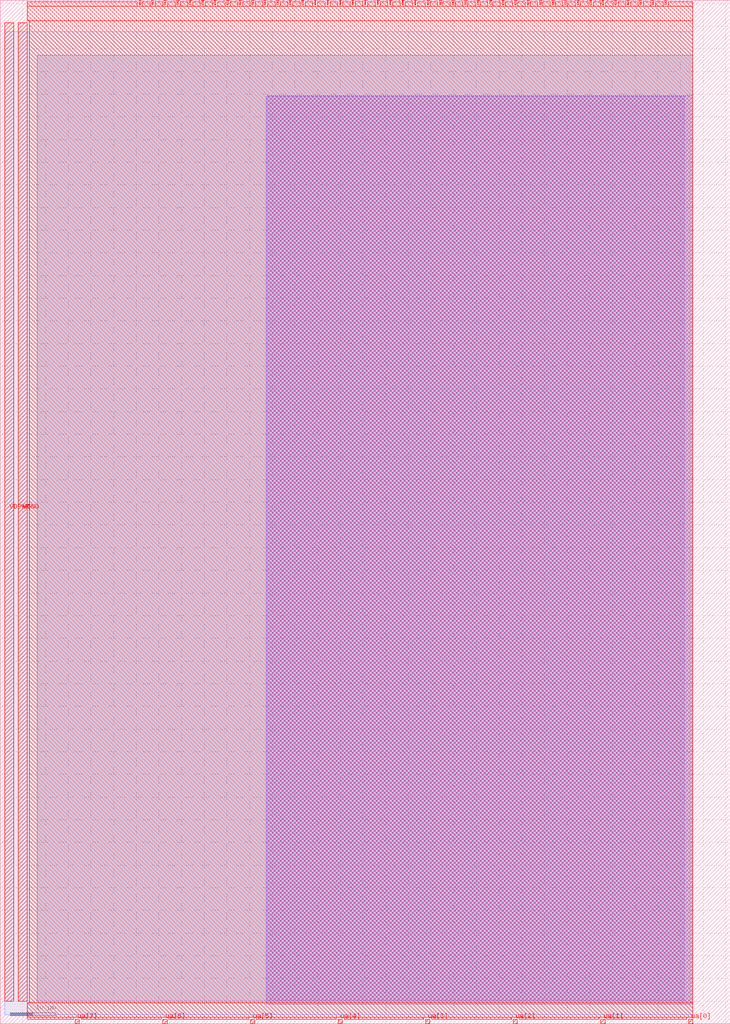
<source format=lef>
VERSION 5.7 ;
  NOWIREEXTENSIONATPIN ON ;
  DIVIDERCHAR "/" ;
  BUSBITCHARS "[]" ;
MACRO tt_um_brandonramos_opamp_ladder
  CLASS BLOCK ;
  FOREIGN tt_um_brandonramos_opamp_ladder ;
  ORIGIN 0.000 0.000 ;
  SIZE 161.000 BY 225.760 ;
  PIN clk
    DIRECTION INPUT ;
    USE SIGNAL ;
    ANTENNAGATEAREA 0.852000 ;
    PORT
      LAYER met4 ;
        RECT 143.830 224.760 144.130 225.760 ;
    END
  END clk
  PIN ena
    DIRECTION INPUT ;
    USE SIGNAL ;
    PORT
      LAYER met4 ;
        RECT 146.590 224.760 146.890 225.760 ;
    END
  END ena
  PIN rst_n
    DIRECTION INPUT ;
    USE SIGNAL ;
    ANTENNAGATEAREA 0.196500 ;
    PORT
      LAYER met4 ;
        RECT 141.070 224.760 141.370 225.760 ;
    END
  END rst_n
  PIN ua[0]
    DIRECTION INOUT ;
    USE SIGNAL ;
    ANTENNAGATEAREA 14.400000 ;
    PORT
      LAYER met4 ;
        RECT 151.810 0.000 152.710 1.000 ;
    END
  END ua[0]
  PIN ua[1]
    DIRECTION INOUT ;
    USE SIGNAL ;
    PORT
      LAYER met4 ;
        RECT 132.490 0.000 133.390 1.000 ;
    END
  END ua[1]
  PIN ua[2]
    DIRECTION INOUT ;
    USE SIGNAL ;
    PORT
      LAYER met4 ;
        RECT 113.170 0.000 114.070 1.000 ;
    END
  END ua[2]
  PIN ua[3]
    DIRECTION INOUT ;
    USE SIGNAL ;
    PORT
      LAYER met4 ;
        RECT 93.850 0.000 94.750 1.000 ;
    END
  END ua[3]
  PIN ua[4]
    DIRECTION INOUT ;
    USE SIGNAL ;
    PORT
      LAYER met4 ;
        RECT 74.530 0.000 75.430 1.000 ;
    END
  END ua[4]
  PIN ua[5]
    DIRECTION INOUT ;
    USE SIGNAL ;
    PORT
      LAYER met4 ;
        RECT 55.210 0.000 56.110 1.000 ;
    END
  END ua[5]
  PIN ua[6]
    DIRECTION INOUT ;
    USE SIGNAL ;
    PORT
      LAYER met4 ;
        RECT 35.890 0.000 36.790 1.000 ;
    END
  END ua[6]
  PIN ua[7]
    DIRECTION INOUT ;
    USE SIGNAL ;
    PORT
      LAYER met4 ;
        RECT 16.570 0.000 17.470 1.000 ;
    END
  END ua[7]
  PIN ui_in[0]
    DIRECTION INPUT ;
    USE SIGNAL ;
    ANTENNAGATEAREA 0.159000 ;
    PORT
      LAYER met4 ;
        RECT 138.310 224.760 138.610 225.760 ;
    END
  END ui_in[0]
  PIN ui_in[1]
    DIRECTION INPUT ;
    USE SIGNAL ;
    PORT
      LAYER met4 ;
        RECT 135.550 224.760 135.850 225.760 ;
    END
  END ui_in[1]
  PIN ui_in[2]
    DIRECTION INPUT ;
    USE SIGNAL ;
    PORT
      LAYER met4 ;
        RECT 132.790 224.760 133.090 225.760 ;
    END
  END ui_in[2]
  PIN ui_in[3]
    DIRECTION INPUT ;
    USE SIGNAL ;
    PORT
      LAYER met4 ;
        RECT 130.030 224.760 130.330 225.760 ;
    END
  END ui_in[3]
  PIN ui_in[4]
    DIRECTION INPUT ;
    USE SIGNAL ;
    PORT
      LAYER met4 ;
        RECT 127.270 224.760 127.570 225.760 ;
    END
  END ui_in[4]
  PIN ui_in[5]
    DIRECTION INPUT ;
    USE SIGNAL ;
    PORT
      LAYER met4 ;
        RECT 124.510 224.760 124.810 225.760 ;
    END
  END ui_in[5]
  PIN ui_in[6]
    DIRECTION INPUT ;
    USE SIGNAL ;
    PORT
      LAYER met4 ;
        RECT 121.750 224.760 122.050 225.760 ;
    END
  END ui_in[6]
  PIN ui_in[7]
    DIRECTION INPUT ;
    USE SIGNAL ;
    PORT
      LAYER met4 ;
        RECT 118.990 224.760 119.290 225.760 ;
    END
  END ui_in[7]
  PIN uio_in[0]
    DIRECTION INPUT ;
    USE SIGNAL ;
    PORT
      LAYER met4 ;
        RECT 116.230 224.760 116.530 225.760 ;
    END
  END uio_in[0]
  PIN uio_in[1]
    DIRECTION INPUT ;
    USE SIGNAL ;
    PORT
      LAYER met4 ;
        RECT 113.470 224.760 113.770 225.760 ;
    END
  END uio_in[1]
  PIN uio_in[2]
    DIRECTION INPUT ;
    USE SIGNAL ;
    PORT
      LAYER met4 ;
        RECT 110.710 224.760 111.010 225.760 ;
    END
  END uio_in[2]
  PIN uio_in[3]
    DIRECTION INPUT ;
    USE SIGNAL ;
    PORT
      LAYER met4 ;
        RECT 107.950 224.760 108.250 225.760 ;
    END
  END uio_in[3]
  PIN uio_in[4]
    DIRECTION INPUT ;
    USE SIGNAL ;
    PORT
      LAYER met4 ;
        RECT 105.190 224.760 105.490 225.760 ;
    END
  END uio_in[4]
  PIN uio_in[5]
    DIRECTION INPUT ;
    USE SIGNAL ;
    PORT
      LAYER met4 ;
        RECT 102.430 224.760 102.730 225.760 ;
    END
  END uio_in[5]
  PIN uio_in[6]
    DIRECTION INPUT ;
    USE SIGNAL ;
    PORT
      LAYER met4 ;
        RECT 99.670 224.760 99.970 225.760 ;
    END
  END uio_in[6]
  PIN uio_in[7]
    DIRECTION INPUT ;
    USE SIGNAL ;
    PORT
      LAYER met4 ;
        RECT 96.910 224.760 97.210 225.760 ;
    END
  END uio_in[7]
  PIN uio_oe[0]
    DIRECTION OUTPUT ;
    USE SIGNAL ;
    ANTENNAGATEAREA 254.883896 ;
    ANTENNADIFFAREA 223.935547 ;
    PORT
      LAYER met4 ;
        RECT 49.990 224.760 50.290 225.760 ;
    END
  END uio_oe[0]
  PIN uio_oe[1]
    DIRECTION OUTPUT ;
    USE SIGNAL ;
    ANTENNAGATEAREA 254.883896 ;
    ANTENNADIFFAREA 223.935547 ;
    PORT
      LAYER met4 ;
        RECT 47.230 224.760 47.530 225.760 ;
    END
  END uio_oe[1]
  PIN uio_oe[2]
    DIRECTION OUTPUT ;
    USE SIGNAL ;
    ANTENNAGATEAREA 254.883896 ;
    ANTENNADIFFAREA 223.935547 ;
    PORT
      LAYER met4 ;
        RECT 44.470 224.760 44.770 225.760 ;
    END
  END uio_oe[2]
  PIN uio_oe[3]
    DIRECTION OUTPUT ;
    USE SIGNAL ;
    ANTENNAGATEAREA 254.883896 ;
    ANTENNADIFFAREA 223.935547 ;
    PORT
      LAYER met4 ;
        RECT 41.710 224.760 42.010 225.760 ;
    END
  END uio_oe[3]
  PIN uio_oe[4]
    DIRECTION OUTPUT ;
    USE SIGNAL ;
    ANTENNAGATEAREA 254.883896 ;
    ANTENNADIFFAREA 223.935547 ;
    PORT
      LAYER met4 ;
        RECT 38.950 224.760 39.250 225.760 ;
    END
  END uio_oe[4]
  PIN uio_oe[5]
    DIRECTION OUTPUT ;
    USE SIGNAL ;
    ANTENNAGATEAREA 254.883896 ;
    ANTENNADIFFAREA 223.935547 ;
    PORT
      LAYER met4 ;
        RECT 36.190 224.760 36.490 225.760 ;
    END
  END uio_oe[5]
  PIN uio_oe[6]
    DIRECTION OUTPUT ;
    USE SIGNAL ;
    ANTENNAGATEAREA 254.883896 ;
    ANTENNADIFFAREA 223.935547 ;
    PORT
      LAYER met4 ;
        RECT 33.430 224.760 33.730 225.760 ;
    END
  END uio_oe[6]
  PIN uio_oe[7]
    DIRECTION OUTPUT ;
    USE SIGNAL ;
    ANTENNAGATEAREA 254.883896 ;
    ANTENNADIFFAREA 223.935547 ;
    PORT
      LAYER met4 ;
        RECT 30.670 224.760 30.970 225.760 ;
    END
  END uio_oe[7]
  PIN uio_out[0]
    DIRECTION OUTPUT ;
    USE SIGNAL ;
    ANTENNAGATEAREA 254.883896 ;
    ANTENNADIFFAREA 223.935547 ;
    PORT
      LAYER met4 ;
        RECT 72.070 224.760 72.370 225.760 ;
    END
  END uio_out[0]
  PIN uio_out[1]
    DIRECTION OUTPUT ;
    USE SIGNAL ;
    ANTENNAGATEAREA 254.883896 ;
    ANTENNADIFFAREA 223.935547 ;
    PORT
      LAYER met4 ;
        RECT 69.310 224.760 69.610 225.760 ;
    END
  END uio_out[1]
  PIN uio_out[2]
    DIRECTION OUTPUT ;
    USE SIGNAL ;
    ANTENNAGATEAREA 254.883896 ;
    ANTENNADIFFAREA 223.935547 ;
    PORT
      LAYER met4 ;
        RECT 66.550 224.760 66.850 225.760 ;
    END
  END uio_out[2]
  PIN uio_out[3]
    DIRECTION OUTPUT ;
    USE SIGNAL ;
    ANTENNAGATEAREA 254.883896 ;
    ANTENNADIFFAREA 223.935547 ;
    PORT
      LAYER met4 ;
        RECT 63.790 224.760 64.090 225.760 ;
    END
  END uio_out[3]
  PIN uio_out[4]
    DIRECTION OUTPUT ;
    USE SIGNAL ;
    ANTENNAGATEAREA 254.883896 ;
    ANTENNADIFFAREA 223.935547 ;
    PORT
      LAYER met4 ;
        RECT 61.030 224.760 61.330 225.760 ;
    END
  END uio_out[4]
  PIN uio_out[5]
    DIRECTION OUTPUT ;
    USE SIGNAL ;
    ANTENNAGATEAREA 254.883896 ;
    ANTENNADIFFAREA 223.935547 ;
    PORT
      LAYER met4 ;
        RECT 58.270 224.760 58.570 225.760 ;
    END
  END uio_out[5]
  PIN uio_out[6]
    DIRECTION OUTPUT ;
    USE SIGNAL ;
    ANTENNAGATEAREA 254.883896 ;
    ANTENNADIFFAREA 223.935547 ;
    PORT
      LAYER met4 ;
        RECT 55.510 224.760 55.810 225.760 ;
    END
  END uio_out[6]
  PIN uio_out[7]
    DIRECTION OUTPUT ;
    USE SIGNAL ;
    ANTENNAGATEAREA 254.883896 ;
    ANTENNADIFFAREA 223.935547 ;
    PORT
      LAYER met4 ;
        RECT 52.750 224.760 53.050 225.760 ;
    END
  END uio_out[7]
  PIN uo_out[0]
    DIRECTION OUTPUT ;
    USE SIGNAL ;
    ANTENNADIFFAREA 0.795200 ;
    PORT
      LAYER met4 ;
        RECT 94.150 224.760 94.450 225.760 ;
    END
  END uo_out[0]
  PIN uo_out[1]
    DIRECTION OUTPUT ;
    USE SIGNAL ;
    ANTENNADIFFAREA 0.795200 ;
    PORT
      LAYER met4 ;
        RECT 91.390 224.760 91.690 225.760 ;
    END
  END uo_out[1]
  PIN uo_out[2]
    DIRECTION OUTPUT ;
    USE SIGNAL ;
    ANTENNADIFFAREA 1.593000 ;
    PORT
      LAYER met4 ;
        RECT 88.630 224.760 88.930 225.760 ;
    END
  END uo_out[2]
  PIN uo_out[3]
    DIRECTION OUTPUT ;
    USE SIGNAL ;
    ANTENNADIFFAREA 0.445500 ;
    PORT
      LAYER met4 ;
        RECT 85.870 224.760 86.170 225.760 ;
    END
  END uo_out[3]
  PIN uo_out[4]
    DIRECTION OUTPUT ;
    USE SIGNAL ;
    ANTENNADIFFAREA 0.445500 ;
    PORT
      LAYER met4 ;
        RECT 83.110 224.760 83.410 225.760 ;
    END
  END uo_out[4]
  PIN uo_out[5]
    DIRECTION OUTPUT ;
    USE SIGNAL ;
    ANTENNAGATEAREA 254.883896 ;
    ANTENNADIFFAREA 223.935547 ;
    PORT
      LAYER met4 ;
        RECT 80.350 224.760 80.650 225.760 ;
    END
  END uo_out[5]
  PIN uo_out[6]
    DIRECTION OUTPUT ;
    USE SIGNAL ;
    ANTENNAGATEAREA 254.883896 ;
    ANTENNADIFFAREA 223.935547 ;
    PORT
      LAYER met4 ;
        RECT 77.590 224.760 77.890 225.760 ;
    END
  END uo_out[6]
  PIN uo_out[7]
    DIRECTION OUTPUT ;
    USE SIGNAL ;
    ANTENNAGATEAREA 254.883896 ;
    ANTENNADIFFAREA 223.935547 ;
    PORT
      LAYER met4 ;
        RECT 74.830 224.760 75.130 225.760 ;
    END
  END uo_out[7]
  PIN VDPWR
    DIRECTION INOUT ;
    USE POWER ;
    PORT
      LAYER met4 ;
        RECT 1.000 5.000 3.000 220.760 ;
    END
  END VDPWR
  PIN VGND
    DIRECTION INOUT ;
    USE GROUND ;
    PORT
      LAYER met4 ;
        RECT 4.000 5.000 6.000 220.760 ;
    END
  END VGND
  OBS
      LAYER li1 ;
        RECT 58.630 5.140 150.860 204.555 ;
      LAYER met1 ;
        RECT 58.630 4.320 152.710 204.710 ;
      LAYER met2 ;
        RECT 8.180 4.980 152.740 213.585 ;
      LAYER met3 ;
        RECT 1.000 1.960 152.735 218.780 ;
      LAYER met4 ;
        RECT 6.000 224.360 30.270 225.370 ;
        RECT 31.370 224.360 33.030 225.370 ;
        RECT 34.130 224.360 35.790 225.370 ;
        RECT 36.890 224.360 38.550 225.370 ;
        RECT 39.650 224.360 41.310 225.370 ;
        RECT 42.410 224.360 44.070 225.370 ;
        RECT 45.170 224.360 46.830 225.370 ;
        RECT 47.930 224.360 49.590 225.370 ;
        RECT 50.690 224.360 52.350 225.370 ;
        RECT 53.450 224.360 55.110 225.370 ;
        RECT 56.210 224.360 57.870 225.370 ;
        RECT 58.970 224.360 60.630 225.370 ;
        RECT 61.730 224.360 63.390 225.370 ;
        RECT 64.490 224.360 66.150 225.370 ;
        RECT 67.250 224.360 68.910 225.370 ;
        RECT 70.010 224.360 71.670 225.370 ;
        RECT 72.770 224.360 74.430 225.370 ;
        RECT 75.530 224.360 77.190 225.370 ;
        RECT 78.290 224.360 79.950 225.370 ;
        RECT 81.050 224.360 82.710 225.370 ;
        RECT 83.810 224.360 85.470 225.370 ;
        RECT 86.570 224.360 88.230 225.370 ;
        RECT 89.330 224.360 90.990 225.370 ;
        RECT 92.090 224.360 93.750 225.370 ;
        RECT 94.850 224.360 96.510 225.370 ;
        RECT 97.610 224.360 99.270 225.370 ;
        RECT 100.370 224.360 102.030 225.370 ;
        RECT 103.130 224.360 104.790 225.370 ;
        RECT 105.890 224.360 107.550 225.370 ;
        RECT 108.650 224.360 110.310 225.370 ;
        RECT 111.410 224.360 113.070 225.370 ;
        RECT 114.170 224.360 115.830 225.370 ;
        RECT 116.930 224.360 118.590 225.370 ;
        RECT 119.690 224.360 121.350 225.370 ;
        RECT 122.450 224.360 124.110 225.370 ;
        RECT 125.210 224.360 126.870 225.370 ;
        RECT 127.970 224.360 129.630 225.370 ;
        RECT 130.730 224.360 132.390 225.370 ;
        RECT 133.490 224.360 135.150 225.370 ;
        RECT 136.250 224.360 137.910 225.370 ;
        RECT 139.010 224.360 140.670 225.370 ;
        RECT 141.770 224.360 143.430 225.370 ;
        RECT 144.530 224.360 146.190 225.370 ;
        RECT 147.290 224.360 152.710 225.370 ;
        RECT 6.000 221.160 152.710 224.360 ;
        RECT 6.400 4.600 152.710 221.160 ;
        RECT 6.000 1.400 152.710 4.600 ;
        RECT 6.000 1.000 16.170 1.400 ;
        RECT 17.870 1.000 35.490 1.400 ;
        RECT 37.190 1.000 54.810 1.400 ;
        RECT 56.510 1.000 74.130 1.400 ;
        RECT 75.830 1.000 93.450 1.400 ;
        RECT 95.150 1.000 112.770 1.400 ;
        RECT 114.470 1.000 132.090 1.400 ;
        RECT 133.790 1.000 151.410 1.400 ;
  END
END tt_um_brandonramos_opamp_ladder
END LIBRARY


</source>
